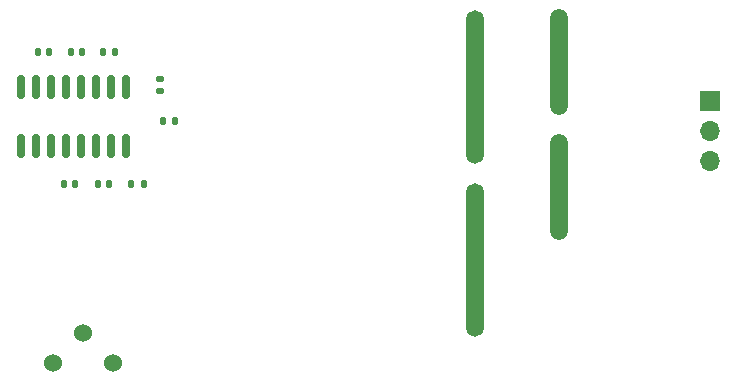
<source format=gts>
G04 #@! TF.GenerationSoftware,KiCad,Pcbnew,(6.0.1-0)*
G04 #@! TF.CreationDate,2022-01-17T01:44:42+01:00*
G04 #@! TF.ProjectId,f_buzzer,665f6275-7a7a-4657-922e-6b696361645f,rev?*
G04 #@! TF.SameCoordinates,Original*
G04 #@! TF.FileFunction,Soldermask,Top*
G04 #@! TF.FilePolarity,Negative*
%FSLAX46Y46*%
G04 Gerber Fmt 4.6, Leading zero omitted, Abs format (unit mm)*
G04 Created by KiCad (PCBNEW (6.0.1-0)) date 2022-01-17 01:44:42*
%MOMM*%
%LPD*%
G01*
G04 APERTURE LIST*
G04 Aperture macros list*
%AMRoundRect*
0 Rectangle with rounded corners*
0 $1 Rounding radius*
0 $2 $3 $4 $5 $6 $7 $8 $9 X,Y pos of 4 corners*
0 Add a 4 corners polygon primitive as box body*
4,1,4,$2,$3,$4,$5,$6,$7,$8,$9,$2,$3,0*
0 Add four circle primitives for the rounded corners*
1,1,$1+$1,$2,$3*
1,1,$1+$1,$4,$5*
1,1,$1+$1,$6,$7*
1,1,$1+$1,$8,$9*
0 Add four rect primitives between the rounded corners*
20,1,$1+$1,$2,$3,$4,$5,0*
20,1,$1+$1,$4,$5,$6,$7,0*
20,1,$1+$1,$6,$7,$8,$9,0*
20,1,$1+$1,$8,$9,$2,$3,0*%
G04 Aperture macros list end*
%ADD10O,1.500000X9.000000*%
%ADD11RoundRect,0.140000X0.140000X0.170000X-0.140000X0.170000X-0.140000X-0.170000X0.140000X-0.170000X0*%
%ADD12RoundRect,0.135000X-0.185000X0.135000X-0.185000X-0.135000X0.185000X-0.135000X0.185000X0.135000X0*%
%ADD13RoundRect,0.135000X0.135000X0.185000X-0.135000X0.185000X-0.135000X-0.185000X0.135000X-0.185000X0*%
%ADD14RoundRect,0.135000X-0.135000X-0.185000X0.135000X-0.185000X0.135000X0.185000X-0.135000X0.185000X0*%
%ADD15C,1.524000*%
%ADD16RoundRect,0.150000X-0.150000X0.825000X-0.150000X-0.825000X0.150000X-0.825000X0.150000X0.825000X0*%
%ADD17R,1.700000X1.700000*%
%ADD18O,1.700000X1.700000*%
%ADD19RoundRect,0.140000X-0.140000X-0.170000X0.140000X-0.170000X0.140000X0.170000X-0.140000X0.170000X0*%
%ADD20O,1.500000X13.000000*%
G04 APERTURE END LIST*
D10*
X168820000Y-82850000D03*
X168810000Y-93490000D03*
D11*
X125640000Y-82000000D03*
X124680000Y-82000000D03*
X136290000Y-87920000D03*
X135330000Y-87920000D03*
D12*
X135020000Y-84360000D03*
X135020000Y-85380000D03*
D13*
X133640000Y-93210000D03*
X132620000Y-93210000D03*
D14*
X130190000Y-82000000D03*
X131210000Y-82000000D03*
D15*
X131035000Y-108365000D03*
X128495000Y-105825000D03*
X125955000Y-108365000D03*
D16*
X132165000Y-85025000D03*
X130895000Y-85025000D03*
X129625000Y-85025000D03*
X128355000Y-85025000D03*
X127085000Y-85025000D03*
X125815000Y-85025000D03*
X124545000Y-85025000D03*
X123275000Y-85025000D03*
X123275000Y-89975000D03*
X124545000Y-89975000D03*
X125815000Y-89975000D03*
X127085000Y-89975000D03*
X128355000Y-89975000D03*
X129625000Y-89975000D03*
X130895000Y-89975000D03*
X132165000Y-89975000D03*
D17*
X181570000Y-86230000D03*
D18*
X181570000Y-88770000D03*
X181570000Y-91310000D03*
D19*
X126900000Y-93230000D03*
X127860000Y-93230000D03*
X129770000Y-93230000D03*
X130730000Y-93230000D03*
D11*
X128450000Y-82000000D03*
X127490000Y-82000000D03*
D20*
X161740000Y-85020000D03*
X161740000Y-99680000D03*
M02*

</source>
